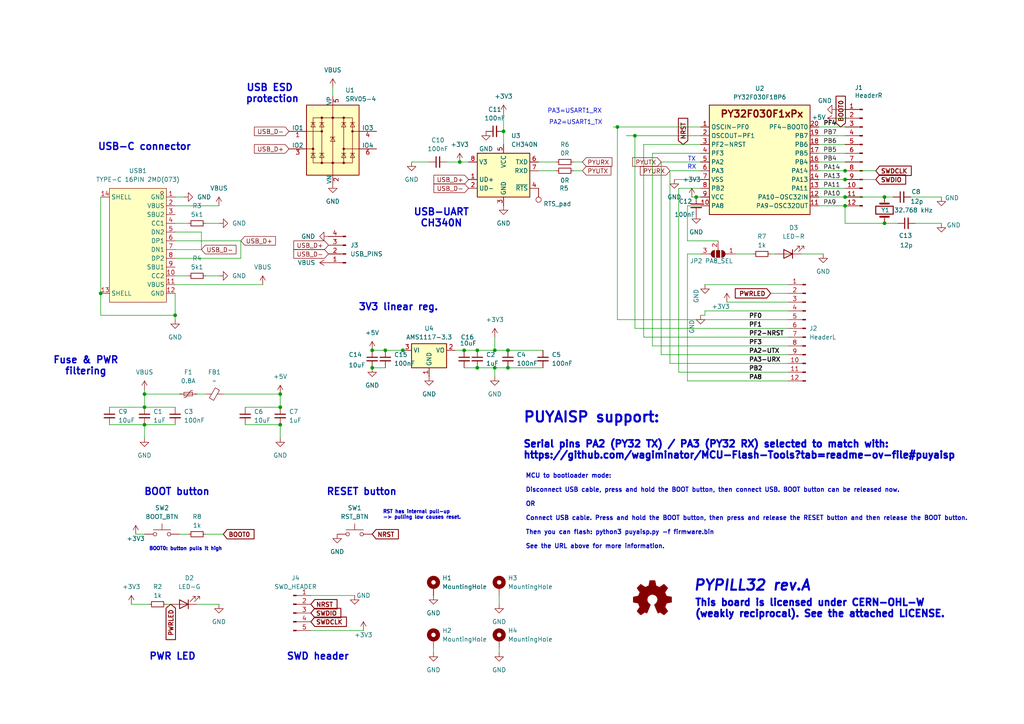
<source format=kicad_sch>
(kicad_sch (version 20231120) (generator "eeschema") (generator_version "8.0")
  (paper "A4")
  (title_block (title "pypill32 - indie py32f030 evaluation board") (rev "A"))
  (lib_symbols
    (symbol "Connector:Conn_01x04_Pin" (pin_names (offset 1.016) hide)
      (property "Reference" "J" (at 0 5.08 0))
      (property "Value" "Conn_01x04_Pin" (at 0 -7.62 0))
      (symbol "Conn_01x04_Pin_1_1"
        (pin passive line (at 5.08 2.54 180) (length 3.81) (name "Pin_1") (number "1"))
        (pin passive line (at 5.08 0 180) (length 3.81) (name "Pin_2") (number "2"))
        (pin passive line (at 5.08 -2.54 180) (length 3.81) (name "Pin_3") (number "3"))
        (pin passive line (at 5.08 -5.08 180) (length 3.81) (name "Pin_4") (number "4"))
      )
    )
    (symbol "Connector:Conn_01x05_Pin" (pin_names (offset 1.016) hide)
      (property "Reference" "J" (at 0 7.62 0))
      (property "Value" "Conn_01x05_Pin" (at 0 -7.62 0))
      (symbol "Conn_01x05_Pin_1_1"
        (pin passive line (at 5.08 5.08 180) (length 3.81) (name "Pin_1") (number "1"))
        (pin passive line (at 5.08 2.54 180) (length 3.81) (name "Pin_2") (number "2"))
        (pin passive line (at 5.08 0 180) (length 3.81) (name "Pin_3") (number "3"))
        (pin passive line (at 5.08 -2.54 180) (length 3.81) (name "Pin_4") (number "4"))
        (pin passive line (at 5.08 -5.08 180) (length 3.81) (name "Pin_5") (number "5"))
      )
    )
    (symbol "Connector:Conn_01x12_Pin" (pin_names (offset 1.016) hide)
      (property "Reference" "J" (at 0 15.24 0))
      (property "Value" "Conn_01x12_Pin" (at 0 -17.78 0))
      (symbol "Conn_01x12_Pin_1_1"
        (pin passive line (at 5.08 12.7 180) (length 3.81) (name "Pin_1") (number "1"))
        (pin passive line (at 5.08 -10.16 180) (length 3.81) (name "Pin_10") (number "10"))
        (pin passive line (at 5.08 -12.7 180) (length 3.81) (name "Pin_11") (number "11"))
        (pin passive line (at 5.08 -15.24 180) (length 3.81) (name "Pin_12") (number "12"))
        (pin passive line (at 5.08 10.16 180) (length 3.81) (name "Pin_2") (number "2"))
        (pin passive line (at 5.08 7.62 180) (length 3.81) (name "Pin_3") (number "3"))
        (pin passive line (at 5.08 5.08 180) (length 3.81) (name "Pin_4") (number "4"))
        (pin passive line (at 5.08 2.54 180) (length 3.81) (name "Pin_5") (number "5"))
        (pin passive line (at 5.08 0 180) (length 3.81) (name "Pin_6") (number "6"))
        (pin passive line (at 5.08 -2.54 180) (length 3.81) (name "Pin_7") (number "7"))
        (pin passive line (at 5.08 -5.08 180) (length 3.81) (name "Pin_8") (number "8"))
        (pin passive line (at 5.08 -7.62 180) (length 3.81) (name "Pin_9") (number "9"))
      )
    )
    (symbol "Connector:TestPoint" (pin_numbers hide) (pin_names (offset 0.762) hide)
      (property "Reference" "TP" (at 0 6.858 0))
      (property "Value" "TestPoint" (at 0 5.08 0))
      (symbol "TestPoint_1_1"
        (pin passive line (at 0 0 90) (length 2.54) (name "1") (number "1"))
      )
    )
    (symbol "Device:C_Small" (pin_numbers hide) (pin_names (offset 0.254) hide)
      (property "Reference" "C" (at 0.254 1.778 0))
      (property "Value" "C_Small" (at 0.254 -2.032 0))
      (symbol "C_Small_1_1"
        (pin passive line (at 0 2.54 270) (length 2.032) (name "~") (number "1"))
        (pin passive line (at 0 -2.54 90) (length 2.032) (name "~") (number "2"))
      )
    )
    (symbol "Device:Crystal" (pin_numbers hide) (pin_names (offset 1.016) hide)
      (property "Reference" "Y" (at 0 3.81 0))
      (property "Value" "Crystal" (at 0 -3.81 0))
      (symbol "Crystal_1_1"
        (pin passive line (at -3.81 0 0) (length 1.27) (name "1") (number "1"))
        (pin passive line (at 3.81 0 180) (length 1.27) (name "2") (number "2"))
      )
    )
    (symbol "Device:FerriteBead_Small" (pin_numbers hide) (pin_names (offset 0))
      (property "Reference" "FB" (at 1.905 1.27 0))
      (property "Value" "FerriteBead_Small" (at 1.905 -1.27 0))
      (symbol "FerriteBead_Small_1_1"
        (pin passive line (at 0 2.54 270) (length 1.27) (name "~") (number "1"))
        (pin passive line (at 0 -2.54 90) (length 1.27) (name "~") (number "2"))
      )
    )
    (symbol "Device:LED" (pin_numbers hide) (pin_names (offset 1.016) hide)
      (property "Reference" "D" (at 0 2.54 0))
      (property "Value" "LED" (at 0 -2.54 0))
      (symbol "LED_1_1"
        (pin passive line (at -3.81 0 0) (length 2.54) (name "K") (number "1"))
        (pin passive line (at 3.81 0 180) (length 2.54) (name "A") (number "2"))
      )
    )
    (symbol "Device:Polyfuse_Small" (pin_numbers hide) (pin_names (offset 0))
      (property "Reference" "F" (at -1.905 0 90))
      (property "Value" "Polyfuse_Small" (at 1.905 0 90))
      (symbol "Polyfuse_Small_1_1"
        (pin passive line (at 0 2.54 270) (length 0.635) (name "~") (number "1"))
        (pin passive line (at 0 -2.54 90) (length 0.635) (name "~") (number "2"))
      )
    )
    (symbol "Device:R_Small" (pin_numbers hide) (pin_names (offset 0.254) hide)
      (property "Reference" "R" (at 0.762 0.508 0))
      (property "Value" "R_Small" (at 0.762 -1.016 0))
      (symbol "R_Small_1_1"
        (pin passive line (at 0 2.54 270) (length 0.762) (name "~") (number "1"))
        (pin passive line (at 0 -2.54 90) (length 0.762) (name "~") (number "2"))
      )
    )
    (symbol "Graphic:Logo_Open_Hardware_Small" (in_bom no) (on_board no))
    (symbol "Interface_USB:CH340N"
      (property "Reference" "U" (at -7.62 6.35 0))
      (property "Value" "CH340N" (at 7.62 6.35 0))
      (symbol "CH340N_1_1"
        (pin bidirectional line (at -10.16 -2.54 0) (length 2.54) (name "UD+") (number "1"))
        (pin bidirectional line (at -10.16 -5.08 0) (length 2.54) (name "UD-") (number "2"))
        (pin power_in line (at 0 -10.16 90) (length 2.54) (name "GND") (number "3"))
        (pin output line (at 10.16 -5.08 180) (length 2.54) (name "~{RTS}") (number "4"))
        (pin power_in line (at 0 7.62 270) (length 2.54) (name "VCC") (number "5"))
        (pin output line (at 10.16 2.54 180) (length 2.54) (name "TXD") (number "6"))
        (pin input line (at 10.16 0 180) (length 2.54) (name "RXD") (number "7"))
        (pin passive line (at -10.16 2.54 0) (length 2.54) (name "V3") (number "8"))
      )
    )
    (symbol "Jumper:SolderJumper_3_Open" (pin_names (offset 0) hide)
      (property "Reference" "JP" (at -2.54 -2.54 0))
      (property "Value" "SolderJumper_3_Open" (at 0 2.794 0))
      (symbol "SolderJumper_3_Open_1_1"
        (pin passive line (at -5.08 0 0) (length 2.54) (name "A") (number "1"))
        (pin passive line (at 0 -3.81 90) (length 2.54) (name "C") (number "2"))
        (pin passive line (at 5.08 0 180) (length 2.54) (name "B") (number "3"))
      )
    )
    (symbol "Mechanical:MountingHole_Pad" (pin_numbers hide) (pin_names (offset 1.016) hide) (exclude_from_sim yes) (in_bom no)
      (property "Reference" "H" (at 0 6.35 0))
      (property "Value" "MountingHole_Pad" (at 0 4.445 0))
      (symbol "MountingHole_Pad_1_1"
        (pin input line (at 0 -2.54 90) (length 2.54) (name "1") (number "1"))
      )
    )
    (symbol "Power_Protection:SRV05-4" (pin_names (offset 0))
      (property "Reference" "U" (at -5.08 11.43 0))
      (property "Value" "SRV05-4" (at 2.54 11.43 0))
      (symbol "SRV05-4_1_1"
        (pin passive line (at -12.7 2.54 0) (length 5.08) (name "IO1") (number "1"))
        (pin passive line (at 0 -12.7 90) (length 2.54) (name "VN") (number "2"))
        (pin passive line (at -12.7 -2.54 0) (length 5.08) (name "IO2") (number "3"))
        (pin passive line (at 12.7 2.54 180) (length 5.08) (name "IO3") (number "4"))
        (pin passive line (at 0 12.7 270) (length 2.54) (name "VP") (number "5"))
        (pin passive line (at 12.7 -2.54 180) (length 5.08) (name "IO4") (number "6"))
      )
    )
    (symbol "Regulator_Linear:AMS1117-3.3"
      (property "Reference" "U" (at -3.81 3.175 0))
      (property "Value" "AMS1117-3.3" (at 0 3.175 0))
      (symbol "AMS1117-3.3_1_1"
        (pin power_in line (at 0 -7.62 90) (length 2.54) (name "GND") (number "1"))
        (pin power_out line (at 7.62 0 180) (length 2.54) (name "VO") (number "2"))
        (pin power_in line (at -7.62 0 0) (length 2.54) (name "VI") (number "3"))
      )
    )
    (symbol "Switch:SW_Push" (pin_numbers hide) (pin_names (offset 1.016) hide)
      (property "Reference" "SW" (at 1.27 2.54 0))
      (property "Value" "SW_Push" (at 0 -1.524 0))
      (symbol "SW_Push_0_1"
        (pin passive line (at -5.08 0 0) (length 2.54) (name "1") (number "1"))
        (pin passive line (at 5.08 0 180) (length 2.54) (name "2") (number "2"))
      )
    )
    (symbol "power:+3V3" (power) (pin_names (offset 0))
      (property "Value" "+3V3" (at 0 3.556 0))
      (symbol "+3V3_1_1"
        (pin power_in line (at 0 0 90) (length 0) hide (name "+3V3") (number "1"))
      )
    )
    (symbol "power:+5V" (power) (pin_names (offset 0))
      (property "Value" "+5V" (at 0 3.556 0))
      (symbol "+5V_1_1"
        (pin power_in line (at 0 0 90) (length 0) hide (name "+5V") (number "1"))
      )
    )
    (symbol "power:GND" (power) (pin_names (offset 0))
      (property "Value" "GND" (at 0 -3.81 0))
      (symbol "GND_1_1"
        (pin power_in line (at 0 0 270) (length 0) hide (name "GND") (number "1"))
      )
    )
    (symbol "power:VBUS" (power) (pin_names (offset 0))
      (property "Value" "VBUS" (at 0 3.81 0))
      (symbol "VBUS_1_1"
        (pin power_in line (at 0 0 90) (length 0) hide (name "VBUS") (number "1"))
      )
    )
    (symbol "pypill32:PY32F030F1xPx"
      (property "Reference" "U" (at -10.16 19.05 0))
      (property "Value" "PY32F030F1xPx" (at -7.62 20.32 0))
      (symbol "PY32F030F1xPx_1_1"
        (text "PY32F030F1xPx" (at 5.08 15.24 0) (effects (font (size 2 2) (bold yes))))
        (pin bidirectional line (at -12.7 11.43 0) (length 2.54) (name "OSCIN-PF0") (number "1"))
        (pin bidirectional line (at -12.7 -11.43 0) (length 2.54) (name "PA8") (number "10"))
        (pin bidirectional line (at 21.59 -11.43 180) (length 2.54) (name "PA9-OSC32OUT") (number "11"))
        (pin bidirectional line (at 21.59 -8.89 180) (length 2.54) (name "PA10-OSC32IN") (number "12"))
        (pin bidirectional line (at 21.59 -6.35 180) (length 2.54) (name "PA11") (number "13"))
        (pin bidirectional line (at 21.59 -3.81 180) (length 2.54) (name "PA13") (number "14"))
        (pin bidirectional line (at 21.59 -1.27 180) (length 2.54) (name "PA14") (number "15"))
        (pin bidirectional line (at 21.59 1.27 180) (length 2.54) (name "PB4") (number "16"))
        (pin bidirectional line (at 21.59 3.81 180) (length 2.54) (name "PB5") (number "17"))
        (pin bidirectional line (at 21.59 6.35 180) (length 2.54) (name "PB6") (number "18"))
        (pin bidirectional line (at 21.59 8.89 180) (length 2.54) (name "PB7") (number "19"))
        (pin bidirectional line (at -12.7 8.89 0) (length 2.54) (name "OSCOUT-PF1") (number "2"))
        (pin bidirectional line (at 21.59 11.43 180) (length 2.54) (name "PF4-BOOT0") (number "20"))
        (pin bidirectional line (at -12.7 6.35 0) (length 2.54) (name "PF2-NRST") (number "3"))
        (pin bidirectional line (at -12.7 3.81 0) (length 2.54) (name "PF3") (number "4"))
        (pin bidirectional line (at -12.7 1.27 0) (length 2.54) (name "PA2") (number "5"))
        (pin bidirectional line (at -12.7 -1.27 0) (length 2.54) (name "PA3") (number "6"))
        (pin power_in line (at -12.7 -3.81 0) (length 2.54) (name "VSS") (number "7"))
        (pin bidirectional line (at -12.7 -6.35 0) (length 2.54) (name "PB2") (number "8"))
        (pin power_in line (at -12.7 -8.89 0) (length 2.54) (name "VCC") (number "9"))
      )
    )
    (symbol "pypill32:TYPE-C16PIN2MD(073)"
      (property "Reference" "USB" (at 0 19.05 0))
      (property "Value" "TYPE-C 16PIN 2MD(073)" (at 0 -19.05 0))
      (symbol "TYPE-C16PIN2MD(073)_0_1"
        (pin unspecified line (at -11.43 13.97 0) (length 2.54) (name "GND") (number "1"))
        (pin unspecified line (at -11.43 -8.89 0) (length 2.54) (name "CC2") (number "10"))
        (pin unspecified line (at -11.43 -11.43 0) (length 2.54) (name "VBUS") (number "11"))
        (pin unspecified line (at -11.43 -13.97 0) (length 2.54) (name "GND") (number "12"))
        (pin unspecified line (at 10.16 -13.97 180) (length 2.54) (name "SHELL") (number "13"))
        (pin unspecified line (at 10.16 13.97 180) (length 2.54) (name "SHELL") (number "14"))
        (pin unspecified line (at -11.43 11.43 0) (length 2.54) (name "VBUS") (number "2"))
        (pin unspecified line (at -11.43 8.89 0) (length 2.54) (name "SBU2") (number "3"))
        (pin unspecified line (at -11.43 6.35 0) (length 2.54) (name "CC1") (number "4"))
        (pin unspecified line (at -11.43 3.81 0) (length 2.54) (name "DN2") (number "5"))
        (pin unspecified line (at -11.43 1.27 0) (length 2.54) (name "DP1") (number "6"))
        (pin unspecified line (at -11.43 -1.27 0) (length 2.54) (name "DN1") (number "7"))
        (pin unspecified line (at -11.43 -3.81 0) (length 2.54) (name "DP2") (number "8"))
        (pin unspecified line (at -11.43 -6.35 0) (length 2.54) (name "SBU1") (number "9"))
      )
    )
  )
  (junction (at 107.95 106.68))
  (junction (at 245.11 57.15))
  (junction (at 138.43 106.68))
  (junction (at 245.11 52.07))
  (junction (at 138.43 101.6))
  (junction (at 245.11 59.69))
  (junction (at 116.84 101.6))
  (junction (at 81.28 123.19))
  (junction (at 201.93 57.15))
  (junction (at 179.07 36.83))
  (junction (at 256.54 64.77))
  (junction (at 133.35 46.99))
  (junction (at 147.32 101.6))
  (junction (at 256.54 57.15))
  (junction (at 81.28 118.11))
  (junction (at 111.76 101.6))
  (junction (at 147.32 106.68))
  (junction (at 41.91 123.19))
  (junction (at 184.15 39.37))
  (junction (at 29.21 85.09))
  (junction (at 81.28 114.3))
  (junction (at 41.91 114.3))
  (junction (at 41.91 118.11))
  (junction (at 146.05 38.1))
  (junction (at 134.62 101.6))
  (junction (at 143.51 106.68))
  (junction (at 50.8 91.44))
  (junction (at 245.11 49.53))
  (junction (at 143.51 101.6))
  (junction (at 107.95 101.6))
  (wire (pts (xy 52.07 154.94) (xy 54.61 154.94)))
  (wire (pts (xy 194.31 49.53) (xy 203.2 49.53)))
  (wire (pts (xy 147.32 106.68) (xy 157.48 106.68)))
  (wire (pts (xy 50.8 67.31) (xy 58.42 67.31)))
  (wire (pts (xy 191.77 102.87) (xy 191.77 46.99)))
  (wire (pts (xy 199.39 73.66) (xy 199.39 110.49)))
  (wire (pts (xy 50.8 85.09) (xy 50.8 91.44)))
  (wire (pts (xy 237.49 57.15) (xy 245.11 57.15)))
  (wire (pts (xy 168.91 49.53) (xy 166.37 49.53)))
  (wire (pts (xy 134.62 106.68) (xy 138.43 106.68)))
  (wire (pts (xy 29.21 57.15) (xy 29.21 85.09)))
  (wire (pts (xy 138.43 106.68) (xy 143.51 106.68)))
  (wire (pts (xy 245.11 59.69) (xy 245.11 64.77)))
  (wire (pts (xy 50.8 80.01) (xy 54.61 80.01)))
  (wire (pts (xy 213.36 73.66) (xy 218.44 73.66)))
  (wire (pts (xy 194.31 105.41) (xy 228.6 105.41)))
  (wire (pts (xy 232.41 73.66) (xy 238.76 73.66)))
  (wire (pts (xy 31.75 118.11) (xy 41.91 118.11)))
  (wire (pts (xy 134.62 101.6) (xy 138.43 101.6)))
  (wire (pts (xy 237.49 54.61) (xy 245.11 54.61)))
  (wire (pts (xy 184.15 95.25) (xy 228.6 95.25)))
  (wire (pts (xy 177.8 36.83) (xy 179.07 36.83)))
  (wire (pts (xy 50.8 57.15) (xy 53.34 57.15)))
  (wire (pts (xy 41.91 123.19) (xy 41.91 127)))
  (wire (pts (xy 90.17 172.72) (xy 102.87 172.72)))
  (wire (pts (xy 41.91 118.11) (xy 50.8 118.11)))
  (wire (pts (xy 245.11 34.29) (xy 242.57 34.29)))
  (wire (pts (xy 208.28 69.85) (xy 199.39 69.85)))
  (wire (pts (xy 237.49 36.83) (xy 245.11 36.83)))
  (wire (pts (xy 245.11 49.53) (xy 254 49.53)))
  (wire (pts (xy 64.77 114.3) (xy 81.28 114.3)))
  (wire (pts (xy 50.8 64.77) (xy 54.61 64.77)))
  (wire (pts (xy 189.23 100.33) (xy 228.6 100.33)))
  (wire (pts (xy 50.8 82.55) (xy 76.2 82.55)))
  (wire (pts (xy 245.11 31.75) (xy 242.57 31.75)))
  (wire (pts (xy 143.51 106.68) (xy 143.51 109.22)))
  (wire (pts (xy 69.85 69.85) (xy 69.85 74.93)))
  (wire (pts (xy 259.08 57.15) (xy 256.54 57.15)))
  (wire (pts (xy 237.49 41.91) (xy 245.11 41.91)))
  (wire (pts (xy 143.51 97.79) (xy 143.51 101.6)))
  (wire (pts (xy 189.23 44.45) (xy 203.2 44.45)))
  (wire (pts (xy 191.77 102.87) (xy 228.6 102.87)))
  (wire (pts (xy 58.42 72.39) (xy 50.8 72.39)))
  (wire (pts (xy 116.84 101.6) (xy 118.11 101.6)))
  (wire (pts (xy 119.38 46.99) (xy 124.46 46.99)))
  (wire (pts (xy 179.07 92.71) (xy 228.6 92.71)))
  (wire (pts (xy 186.69 41.91) (xy 203.2 41.91)))
  (wire (pts (xy 237.49 52.07) (xy 245.11 52.07)))
  (wire (pts (xy 57.15 114.3) (xy 59.69 114.3)))
  (wire (pts (xy 58.42 67.31) (xy 58.42 72.39)))
  (wire (pts (xy 245.11 64.77) (xy 256.54 64.77)))
  (wire (pts (xy 50.8 91.44) (xy 50.8 92.71)))
  (wire (pts (xy 59.69 64.77) (xy 63.5 64.77)))
  (wire (pts (xy 96.52 25.4) (xy 96.52 27.94)))
  (wire (pts (xy 50.8 59.69) (xy 63.5 59.69)))
  (wire (pts (xy 146.05 38.1) (xy 146.05 41.91)))
  (wire (pts (xy 41.91 123.19) (xy 50.8 123.19)))
  (wire (pts (xy 147.32 101.6) (xy 157.48 101.6)))
  (wire (pts (xy 237.49 49.53) (xy 245.11 49.53)))
  (wire (pts (xy 199.39 59.69) (xy 203.2 59.69)))
  (wire (pts (xy 38.1 175.26) (xy 43.18 175.26)))
  (wire (pts (xy 228.6 85.09) (xy 223.52 85.09)))
  (wire (pts (xy 204.47 91.44) (xy 204.47 90.17)))
  (wire (pts (xy 39.37 154.94) (xy 41.91 154.94)))
  (wire (pts (xy 71.12 123.19) (xy 81.28 123.19)))
  (wire (pts (xy 199.39 110.49) (xy 228.6 110.49)))
  (wire (pts (xy 273.05 64.77) (xy 265.43 64.77)))
  (wire (pts (xy 179.07 36.83) (xy 203.2 36.83)))
  (wire (pts (xy 194.31 105.41) (xy 194.31 49.53)))
  (wire (pts (xy 50.8 69.85) (xy 69.85 69.85)))
  (wire (pts (xy 29.21 85.09) (xy 29.21 91.44)))
  (wire (pts (xy 144.78 189.23) (xy 144.78 187.96)))
  (wire (pts (xy 132.08 101.6) (xy 134.62 101.6)))
  (wire (pts (xy 125.73 189.23) (xy 125.73 187.96)))
  (wire (pts (xy 156.21 46.99) (xy 161.29 46.99)))
  (wire (pts (xy 41.91 113.03) (xy 41.91 114.3)))
  (wire (pts (xy 41.91 114.3) (xy 41.91 118.11)))
  (wire (pts (xy 210.82 87.63) (xy 228.6 87.63)))
  (wire (pts (xy 245.11 52.07) (xy 254 52.07)))
  (wire (pts (xy 107.95 106.68) (xy 111.76 106.68)))
  (wire (pts (xy 161.29 49.53) (xy 156.21 49.53)))
  (wire (pts (xy 129.54 46.99) (xy 133.35 46.99)))
  (wire (pts (xy 41.91 114.3) (xy 52.07 114.3)))
  (wire (pts (xy 184.15 95.25) (xy 184.15 39.37)))
  (wire (pts (xy 143.51 101.6) (xy 147.32 101.6)))
  (wire (pts (xy 57.15 175.26) (xy 63.5 175.26)))
  (wire (pts (xy 71.12 118.11) (xy 81.28 118.11)))
  (wire (pts (xy 237.49 39.37) (xy 245.11 39.37)))
  (wire (pts (xy 59.69 80.01) (xy 63.5 80.01)))
  (wire (pts (xy 245.11 57.15) (xy 256.54 57.15)))
  (wire (pts (xy 199.39 73.66) (xy 203.2 73.66)))
  (wire (pts (xy 237.49 59.69) (xy 245.11 59.69)))
  (wire (pts (xy 48.26 175.26) (xy 49.53 175.26)))
  (wire (pts (xy 196.85 107.95) (xy 228.6 107.95)))
  (wire (pts (xy 81.28 114.3) (xy 81.28 118.11)))
  (wire (pts (xy 31.75 123.19) (xy 41.91 123.19)))
  (wire (pts (xy 29.21 91.44) (xy 50.8 91.44)))
  (wire (pts (xy 90.17 182.88) (xy 105.41 182.88)))
  (wire (pts (xy 196.85 107.95) (xy 196.85 54.61)))
  (wire (pts (xy 144.78 172.72) (xy 144.78 175.26)))
  (wire (pts (xy 196.85 54.61) (xy 203.2 54.61)))
  (wire (pts (xy 184.15 39.37) (xy 181.61 39.37)))
  (wire (pts (xy 203.2 91.44) (xy 204.47 91.44)))
  (wire (pts (xy 260.35 64.77) (xy 256.54 64.77)))
  (wire (pts (xy 203.2 39.37) (xy 184.15 39.37)))
  (wire (pts (xy 138.43 101.6) (xy 143.51 101.6)))
  (wire (pts (xy 273.05 57.15) (xy 264.16 57.15)))
  (wire (pts (xy 133.35 46.99) (xy 135.89 46.99)))
  (wire (pts (xy 179.07 92.71) (xy 179.07 36.83)))
  (wire (pts (xy 143.51 106.68) (xy 147.32 106.68)))
  (wire (pts (xy 186.69 97.79) (xy 186.69 41.91)))
  (wire (pts (xy 203.2 52.07) (xy 195.58 52.07)))
  (wire (pts (xy 107.95 101.6) (xy 111.76 101.6)))
  (wire (pts (xy 59.69 154.94) (xy 64.77 154.94)))
  (wire (pts (xy 204.47 90.17) (xy 228.6 90.17)))
  (wire (pts (xy 237.49 44.45) (xy 245.11 44.45)))
  (wire (pts (xy 146.05 33.02) (xy 146.05 38.1)))
  (wire (pts (xy 223.52 73.66) (xy 224.79 73.66)))
  (wire (pts (xy 111.76 101.6) (xy 116.84 101.6)))
  (wire (pts (xy 81.28 123.19) (xy 81.28 127)))
  (wire (pts (xy 200.66 57.15) (xy 201.93 57.15)))
  (wire (pts (xy 191.77 46.99) (xy 203.2 46.99)))
  (wire (pts (xy 204.47 82.55) (xy 228.6 82.55)))
  (wire (pts (xy 189.23 100.33) (xy 189.23 44.45)))
  (wire (pts (xy 168.91 46.99) (xy 166.37 46.99)))
  (wire (pts (xy 199.39 59.69) (xy 199.39 69.85)))
  (wire (pts (xy 201.93 57.15) (xy 203.2 57.15)))
  (wire (pts (xy 69.85 74.93) (xy 50.8 74.93)))
  (wire (pts (xy 186.69 97.79) (xy 228.6 97.79)))
  (wire (pts (xy 237.49 46.99) (xy 245.11 46.99)))
  (text "RESET button" (at 104.902 142.748 0) (effects (font (size 2 2) (thickness 0.4) (bold yes))))
  (text "This board is licensed under CERN-OHL-W \n(weakly reciprocal). See the attached LICENSE." (at 201.422 176.53 0) (effects (font (size 2 2) (thickness 0.6) (bold yes)) (justify left)))
  (text "Serial pins PA2 (PY32 TX) / PA3 (PY32 RX) selected to match with:\nhttps://github.com/wagiminator/MCU-Flash-Tools?tab=readme-ov-file#puyaisp" (at 151.638 130.556 0) (effects (font (size 2 2) (thickness 0.5) (bold yes)) (justify left)))
  (text "PA3=USART1_RX" (at 158.75 33.02 0) (effects (font (size 1.27 1.27)) (justify left bottom)))
  (text "3V3 linear reg." (at 115.57 89.154 0) (effects (font (size 2 2) (thickness 0.4) (bold yes))))
  (text "Fuse & PWR\nfiltering" (at 24.892 106.172 0) (effects (font (size 2 2) (thickness 0.4) (bold yes))))
  (text "PUYAISP support:" (at 151.638 121.158 0) (effects (font (size 3 3) (thickness 0.6) (bold yes)) (justify left)))
  (text "USB-C connector" (at 41.91 42.672 0) (effects (font (size 2 2) (thickness 0.4) (bold yes))))
  (text "PWR LED" (at 50.038 190.5 0) (effects (font (size 2 2) (thickness 0.4) (bold yes))))
  (text "USB ESD \nprotection" (at 78.994 27.178 0) (effects (font (size 2 2) (thickness 0.4) (bold yes))))
  (text "RX" (at 200.66 48.514 0) (effects (font (size 1.27 1.27))))
  (text "PA2=USART1_TX" (at 174.752 36.322 0) (effects (font (size 1.27 1.27)) (justify right bottom)))
  (text "RST has internal pull-up \n-> pulling low causes reset." (at 110.998 149.352 0) (effects (font (size 1 1) (thickness 0.4) (bold yes)) (justify left)))
  (text "BOOT button" (at 51.308 142.748 0) (effects (font (size 2 2) (thickness 0.4) (bold yes))))
  (text "USB-UART\nCH340N" (at 128.016 63.246 0) (effects (font (size 2 2) (thickness 0.4) (bold yes))))
  (text "BOOT0: button pulls it high" (at 53.848 159.258 0) (effects (font (size 1 1) (thickness 0.4) (bold yes))))
  (text "PYPILL32 rev.A" (at 218.186 169.926 0) (effects (font (size 3 3) (thickness 0.6) (bold yes) (italic yes))))
  (text "TX" (at 200.66 46.228 0) (effects (font (size 1.27 1.27))))
  (text "MCU to bootloader mode:\n\nDisconnect USB cable, press and hold the BOOT button, then connect USB. BOOT button can be released now.\n\nOR\n\nConnect USB cable. Press and hold the BOOT button, then press and release the RESET button and then release the BOOT button.\n\nThen you can flash: python3 puyaisp.py -f firmware.bin\n\nSee the URL above for more information." (at 152.4 148.336 0) (effects (font (size 1.27 1.27) (thickness 0.254) (bold yes)) (justify left)))
  (text "SWD header" (at 92.202 190.5 0) (effects (font (size 2 2) (thickness 0.4) (bold yes))))
  (label "PA10" (at 238.76 57.15 0))
  (label "PB2" (at 217.17 107.95 0) (effects (font (bold yes))))
  (label "PB4" (at 238.76 46.99 0))
  (label "PA2-UTX" (at 217.17 102.87 0) (effects (font (bold yes))))
  (label "PB5" (at 238.76 44.45 0))
  (label "PF1" (at 217.17 95.25 0) (effects (font (bold yes))))
  (label "PF2-NRST" (at 217.17 97.79 0) (effects (font (bold yes))))
  (label "PA13" (at 238.76 52.07 0))
  (label "PF3" (at 217.17 100.33 0) (effects (font (bold yes))))
  (label "PF4" (at 238.76 36.83 0) (effects (font (bold yes))))
  (label "PB7" (at 238.76 39.37 0))
  (label "PA14" (at 238.76 49.53 0))
  (label "PB6" (at 238.76 41.91 0))
  (label "PA11" (at 238.76 54.61 0))
  (label "PA8" (at 217.17 110.49 0) (effects (font (bold yes))))
  (label "PA9" (at 238.76 59.69 0))
  (label "PA3-URX" (at 217.17 105.41 0) (effects (font (bold yes))))
  (label "PF0" (at 217.17 92.71 0) (effects (font (bold yes))))
  (global_label "NRST" (shape input) (at 107.95 154.94 0) (effects (font (bold yes))) (property "Intersheetrefs" "${INTERSHEET_REFS}" (effects (hide yes))))
  (global_label "PYURX" (shape input) (at 168.91 46.99 0) (property "Intersheetrefs" "${INTERSHEET_REFS}" (effects (hide yes))))
  (global_label "NRST" (shape input) (at 90.17 175.26 0) (effects (font (bold yes))) (property "Intersheetrefs" "${INTERSHEET_REFS}" (effects (hide yes))))
  (global_label "NRST" (shape input) (at 198.12 41.91 90) (effects (font (bold yes))) (property "Intersheetrefs" "${INTERSHEET_REFS}" (effects (hide yes))))
  (global_label "USB_D-" (shape input) (at 95.25 73.66 180) (property "Intersheetrefs" "${INTERSHEET_REFS}" (effects (hide yes))))
  (global_label "SWDCLK" (shape input) (at 254 49.53 0) (effects (font (bold yes))) (property "Intersheetrefs" "${INTERSHEET_REFS}" (effects (hide yes))))
  (global_label "USB_D-" (shape input) (at 135.89 54.61 180) (property "Intersheetrefs" "${INTERSHEET_REFS}" (effects (hide yes))))
  (global_label "BOOT0" (shape input) (at 64.77 154.94 0) (effects (font (bold yes))) (property "Intersheetrefs" "${INTERSHEET_REFS}" (effects (hide yes))))
  (global_label "PYUTX" (shape input) (at 191.77 46.99 180) (property "Intersheetrefs" "${INTERSHEET_REFS}" (effects (hide yes))))
  (global_label "USB_D+" (shape input) (at 83.82 43.18 180) (property "Intersheetrefs" "${INTERSHEET_REFS}" (effects (hide yes))))
  (global_label "BOOT0" (shape input) (at 243.84 36.83 90) (effects (font (bold yes))) (property "Intersheetrefs" "${INTERSHEET_REFS}" (effects (hide yes))))
  (global_label "USB_D+" (shape input) (at 135.89 52.07 180) (property "Intersheetrefs" "${INTERSHEET_REFS}" (effects (hide yes))))
  (global_label "PYUTX" (shape input) (at 168.91 49.53 0) (property "Intersheetrefs" "${INTERSHEET_REFS}" (effects (hide yes))))
  (global_label "PYURX" (shape input) (at 194.31 49.53 180) (property "Intersheetrefs" "${INTERSHEET_REFS}" (effects (hide yes))))
  (global_label "USB_D+" (shape input) (at 69.85 69.85 0) (property "Intersheetrefs" "${INTERSHEET_REFS}" (effects (hide yes))))
  (global_label "SWDCLK" (shape input) (at 90.17 180.34 0) (effects (font (bold yes))) (property "Intersheetrefs" "${INTERSHEET_REFS}" (effects (hide yes))))
  (global_label "USB_D-" (shape input) (at 83.82 38.1 180) (property "Intersheetrefs" "${INTERSHEET_REFS}" (effects (hide yes))))
  (global_label "SWDIO" (shape input) (at 90.17 177.8 0) (effects (font (bold yes))) (property "Intersheetrefs" "${INTERSHEET_REFS}" (effects (hide yes))))
  (global_label "PWRLED" (shape input) (at 223.52 85.09 180) (effects (font (bold yes))) (property "Intersheetrefs" "${INTERSHEET_REFS}" (effects (hide yes))))
  (global_label "PWRLED" (shape input) (at 49.53 175.26 270) (effects (font (bold yes))) (property "Intersheetrefs" "${INTERSHEET_REFS}" (effects (hide yes))))
  (global_label "USB_D-" (shape input) (at 58.42 72.39 0) (property "Intersheetrefs" "${INTERSHEET_REFS}" (effects (hide yes))))
  (global_label "SWDIO" (shape input) (at 254 52.07 0) (effects (font (bold yes))) (property "Intersheetrefs" "${INTERSHEET_REFS}" (effects (hide yes))))
  (global_label "USB_D+" (shape input) (at 95.25 71.12 180) (property "Intersheetrefs" "${INTERSHEET_REFS}" (effects (hide yes))))
  (symbol (lib_id "Mechanical:MountingHole_Pad") (at 125.73 170.18 0) (unit 1) (exclude_from_sim yes) (in_bom no)
    (property "Reference" "H1" (at 128.27 167.6399 0) (effects (justify left)))
    (property "Value" "MountingHole" (at 128.27 170.1799 0) (effects (justify left)))
    (property "Footprint" "MountingHole:MountingHole_2.7mm_M2.5_ISO7380_Pad" (effects (hide yes)))
    (property "Description" "Mounting Hole with connection" (effects (hide yes)))
  )
  (symbol (lib_id "power:VBUS") (at 41.91 113.03 0) (unit 1)
    (property "Reference" "#PWR04" (effects (hide yes)))
    (property "Value" "VBUS" (at 41.91 107.95 0))
  )
  (symbol (lib_id "Device:LED") (at 228.6 73.66 180) (unit 1)
    (property "Reference" "D3" (at 230.1875 66.04 0))
    (property "Value" "LED-R" (at 230.1875 68.58 0))
    (property "Footprint" "LED_SMD:LED_0805_2012Metric_Pad1.15x1.40mm_HandSolder" (effects (hide yes)))
  )
  (symbol (lib_id "Device:C_Small") (at 134.62 104.14 0) (unit 1)
    (property "Reference" "C16" (at 133.604 97.79 0) (effects (justify left)))
    (property "Value" "10uF" (at 133.35 99.568 0) (effects (justify left)))
    (property "Footprint" "Capacitor_SMD:C_0805_2012Metric_Pad1.18x1.45mm_HandSolder" (effects (hide yes)))
  )
  (symbol (lib_id "power:+3V3") (at 146.05 33.02 0) (unit 1)
    (property "Reference" "#PWR05" (effects (hide yes)))
    (property "Value" "+3V3" (at 146.05 27.94 0))
  )
  (symbol (lib_id "Device:C_Small") (at 143.51 38.1 90) (unit 1)
    (property "Reference" "C11" (at 143.5163 31.75 90))
    (property "Value" "100nF" (at 143.5163 34.29 90))
    (property "Footprint" "Capacitor_SMD:C_0805_2012Metric_Pad1.18x1.45mm_HandSolder" (effects (hide yes)))
  )
  (symbol (lib_id "Jumper:SolderJumper_3_Open") (at 208.28 73.66 180) (unit 1)
    (property "Reference" "JP2" (at 201.93 75.692 0))
    (property "Value" "PA8_SEL" (at 208.534 75.692 0))
    (property "Footprint" "Jumper:SolderJumper-3_P1.3mm_Open_RoundedPad1.0x1.5mm" (effects (hide yes)))
  )
  (symbol (lib_id "power:GND") (at 273.05 64.77 0) (unit 1)
    (property "Reference" "#PWR042" (effects (hide yes)))
    (property "Value" "GND" (at 276.606 65.278 0))
  )
  (symbol (lib_id "Connector:Conn_01x12_Pin") (at 250.19 44.45 0) (mirror y) (unit 1)
    (property "Reference" "J1" (at 247.904 25.4 0) (effects (justify right)))
    (property "Value" "HeaderR" (at 247.904 27.686 0) (effects (justify right)))
    (property "Footprint" "Connector_PinHeader_2.54mm:PinHeader_1x12_P2.54mm_Vertical" (effects (hide yes)))
  )
  (symbol (lib_id "Device:C_Small") (at 50.8 120.65 0) (unit 1)
    (property "Reference" "C3" (at 53.34 119.3863 0) (effects (justify left)))
    (property "Value" "100nF" (at 53.34 121.9263 0) (effects (justify left)))
    (property "Footprint" "Capacitor_SMD:C_0805_2012Metric_Pad1.18x1.45mm_HandSolder" (effects (hide yes)))
  )
  (symbol (lib_id "Device:C_Small") (at 81.28 120.65 0) (unit 1)
    (property "Reference" "C7" (at 83.82 119.3863 0) (effects (justify left)))
    (property "Value" "1uF" (at 83.82 121.9263 0) (effects (justify left)))
    (property "Footprint" "Capacitor_SMD:C_0805_2012Metric_Pad1.18x1.45mm_HandSolder" (effects (hide yes)))
  )
  (symbol (lib_id "Connector:TestPoint") (at 156.21 54.61 180) (unit 1)
    (property "Reference" "TP2" (effects (hide yes)))
    (property "Value" "RTS_pad" (at 157.607 59.1241 0) (effects (justify right)))
    (property "Footprint" "TestPoint:TestPoint_Pad_D1.0mm" (effects (hide yes)))
    (property "Description" "test point" (effects (hide yes)))
  )
  (symbol (lib_id "Device:R_Small") (at 163.83 46.99 90) (unit 1)
    (property "Reference" "R6" (at 163.83 41.91 90))
    (property "Value" "0R" (at 163.83 44.45 90))
    (property "Footprint" "Resistor_SMD:R_0805_2012Metric_Pad1.20x1.40mm_HandSolder" (effects (hide yes)))
  )
  (symbol (lib_id "Device:C_Small") (at 157.48 104.14 0) (unit 1)
    (property "Reference" "C5" (at 160.02 102.8763 0) (effects (justify left)))
    (property "Value" "100nF" (at 160.02 105.4163 0) (effects (justify left)))
    (property "Footprint" "Capacitor_SMD:C_0805_2012Metric_Pad1.18x1.45mm_HandSolder" (effects (hide yes)))
  )
  (symbol (lib_id "power:VBUS") (at 63.5 59.69 0) (unit 1)
    (property "Reference" "#PWR023" (effects (hide yes)))
    (property "Value" "VBUS" (at 63.5 54.61 0))
  )
  (symbol (lib_id "power:VBUS") (at 95.25 76.2 90) (unit 1)
    (property "Reference" "#PWR015" (effects (hide yes)))
    (property "Value" "VBUS" (at 91.44 76.1999 90) (effects (justify left)))
  )
  (symbol (lib_id "pypill32:PY32F030F1xPx") (at 215.9 48.26 0) (unit 1)
    (property "Reference" "U2" (at 220.345 25.654 0))
    (property "Value" "PY32F030F18P6" (at 220.345 28.194 0) (effects (font (size 1.25 1.25))))
    (property "Footprint" "Package_SO:TSSOP-20_4.4x6.5mm_P0.65mm" (effects (hide yes)))
    (property "Datasheet" "https://download.py32.org/Datasheet/en/PY32F030_Datasheet_V1.8.pdf" (effects (hide yes)))
  )
  (symbol (lib_id "power:GND") (at 63.5 80.01 90) (unit 1)
    (property "Reference" "#PWR026" (effects (hide yes)))
    (property "Value" "GND" (at 67.31 80.01 90) (effects (justify right)))
  )
  (symbol (lib_id "power:GND") (at 124.46 109.22 0) (unit 1)
    (property "Reference" "#PWR045" (effects (hide yes)))
    (property "Value" "GND" (at 124.46 114.3 0))
  )
  (symbol (lib_id "power:GND") (at 195.58 52.07 0) (unit 1)
    (property "Reference" "#PWR01" (effects (hide yes)))
    (property "Value" "GND" (at 195.58 57.15 0))
  )
  (symbol (lib_id "power:+5V") (at 242.57 34.29 90) (unit 1)
    (property "Reference" "#PWR029" (effects (hide yes)))
    (property "Value" "+5V" (at 239.522 34.036 90) (effects (justify left)))
  )
  (symbol (lib_id "Connector:Conn_01x04_Pin") (at 100.33 73.66 180) (unit 1)
    (property "Reference" "J3" (at 101.6 71.1199 0) (effects (justify right)))
    (property "Value" "USB_PINS" (at 101.6 73.6599 0) (effects (justify right)))
    (property "Footprint" "Connector_PinHeader_2.00mm:PinHeader_1x04_P2.00mm_Vertical" (effects (hide yes)))
    (property "Description" "Generic connector, single row, 01x04, script generated" (effects (hide yes)))
  )
  (symbol (lib_id "pypill32:TYPE-C16PIN2MD(073)") (at 39.37 71.12 0) (mirror y) (unit 1)
    (property "Reference" "USB1" (at 40.005 49.53 0))
    (property "Value" "TYPE-C 16PIN 2MD(073)" (at 40.005 52.07 0))
    (property "Footprint" "pypill32:USB-C-SMD_TYPE-C-6PIN-2MD-073" (effects (hide yes)))
    (property "LCSC Part" "C2765186" (effects (hide yes)))
  )
  (symbol (lib_id "power:+3V3") (at 143.51 97.79 0) (unit 1)
    (property "Reference" "#PWR033" (effects (hide yes)))
    (property "Value" "+3V3" (at 143.51 92.71 0))
  )
  (symbol (lib_id "Switch:SW_Push") (at 102.87 154.94 0) (unit 1)
    (property "Reference" "SW1" (at 102.87 147.32 0))
    (property "Value" "RST_BTN" (at 102.87 149.86 0))
    (property "Footprint" "pypill32:SW-SMD_L6.0-W3.5-LS8.2" (effects (hide yes)))
  )
  (symbol (lib_id "Mechanical:MountingHole_Pad") (at 144.78 185.42 0) (unit 1) (exclude_from_sim yes) (in_bom no)
    (property "Reference" "H4" (at 147.32 182.8799 0) (effects (justify left)))
    (property "Value" "MountingHole" (at 147.32 185.4199 0) (effects (justify left)))
    (property "Footprint" "MountingHole:MountingHole_2.7mm_M2.5_ISO7380_Pad" (effects (hide yes)))
    (property "Description" "Mounting Hole with connection" (effects (hide yes)))
  )
  (symbol (lib_id "power:GND") (at 97.79 154.94 0) (unit 1)
    (property "Reference" "#PWR06" (effects (hide yes)))
    (property "Value" "GND" (at 97.79 160.02 0))
  )
  (symbol (lib_id "power:GND") (at 53.34 57.15 90) (unit 1)
    (property "Reference" "#PWR022" (effects (hide yes)))
    (property "Value" "GND" (at 57.15 57.15 90) (effects (justify right)))
  )
  (symbol (lib_id "Mechanical:MountingHole_Pad") (at 125.73 185.42 0) (unit 1) (exclude_from_sim yes) (in_bom no)
    (property "Reference" "H2" (at 128.27 182.8799 0) (effects (justify left)))
    (property "Value" "MountingHole" (at 128.27 185.4199 0) (effects (justify left)))
    (property "Footprint" "MountingHole:MountingHole_2.7mm_M2.5_ISO7380_Pad" (effects (hide yes)))
    (property "Description" "Mounting Hole with connection" (effects (hide yes)))
  )
  (symbol (lib_id "power:GND") (at 140.97 38.1 0) (unit 1)
    (property "Reference" "#PWR014" (effects (hide yes)))
    (property "Value" "GND" (at 140.97 43.18 0))
  )
  (symbol (lib_id "Interface_USB:CH340N") (at 146.05 49.53 0) (unit 1)
    (property "Reference" "U3" (at 148.2441 39.37 0) (effects (justify left)))
    (property "Value" "CH340N" (at 148.2441 41.91 0) (effects (justify left)))
    (property "Footprint" "Package_SO:SOP-8_3.9x4.9mm_P1.27mm" (effects (hide yes)))
    (property "Datasheet" "https://aitendo3.sakura.ne.jp/aitendo_data/product_img/ic/inteface/CH340N/ch340n.pdf" (effects (hide yes)))
  )
  (symbol (lib_id "power:VBUS") (at 96.52 25.4 0) (unit 1)
    (property "Reference" "#PWR027" (effects (hide yes)))
    (property "Value" "VBUS" (at 96.52 20.32 0))
  )
  (symbol (lib_id "power:+5V") (at 107.95 101.6 0) (unit 1)
    (property "Reference" "#PWR046" (effects (hide yes)))
    (property "Value" "+5V" (at 107.95 96.52 0))
  )
  (symbol (lib_id "Device:C_Small") (at 71.12 120.65 0) (unit 1)
    (property "Reference" "C6" (at 73.66 119.3863 0) (effects (justify left)))
    (property "Value" "10uF" (at 73.66 121.9263 0) (effects (justify left)))
    (property "Footprint" "Capacitor_SMD:C_0805_2012Metric_Pad1.18x1.45mm_HandSolder" (effects (hide yes)))
  )
  (symbol (lib_id "power:GND") (at 125.73 172.72 0) (unit 1)
    (property "Reference" "#PWR040" (effects (hide yes)))
    (property "Value" "GND" (at 125.73 177.8 0))
  )
  (symbol (lib_id "Device:LED") (at 53.34 175.26 180) (unit 1)
    (property "Reference" "D2" (at 54.9275 167.64 0))
    (property "Value" "LED-G" (at 54.9275 170.18 0))
    (property "Footprint" "LED_SMD:LED_0805_2012Metric_Pad1.15x1.40mm_HandSolder" (effects (hide yes)))
  )
  (symbol (lib_id "power:GND") (at 50.8 92.71 0) (unit 1)
    (property "Reference" "#PWR021" (effects (hide yes)))
    (property "Value" "GND" (at 50.8 97.79 0))
  )
  (symbol (lib_id "power:GND") (at 125.73 189.23 0) (unit 1)
    (property "Reference" "#PWR07" (effects (hide yes)))
    (property "Value" "GND" (at 125.73 194.31 0))
  )
  (symbol (lib_id "power:GND") (at 201.93 62.23 0) (unit 1)
    (property "Reference" "#PWR037" (effects (hide yes)))
    (property "Value" "GND" (at 201.93 67.31 0))
  )
  (symbol (lib_id "power:GND") (at 203.2 91.44 0) (unit 1)
    (property "Reference" "#PWR044" (effects (hide yes)))
    (property "Value" "GND" (at 200.66 92.71 90) (effects (justify right)))
  )
  (symbol (lib_id "power:GND") (at 143.51 109.22 0) (unit 1)
    (property "Reference" "#PWR034" (effects (hide yes)))
    (property "Value" "GND" (at 143.51 114.3 0))
  )
  (symbol (lib_id "Device:R_Small") (at 163.83 49.53 90) (unit 1)
    (property "Reference" "R5" (at 163.576 54.61 90))
    (property "Value" "0R" (at 163.83 52.324 90))
    (property "Footprint" "Resistor_SMD:R_0805_2012Metric_Pad1.20x1.40mm_HandSolder" (effects (hide yes)))
  )
  (symbol (lib_id "power:GND") (at 273.05 57.15 0) (unit 1)
    (property "Reference" "#PWR041" (effects (hide yes)))
    (property "Value" "GND" (at 276.098 57.404 0))
  )
  (symbol (lib_id "Device:R_Small") (at 57.15 80.01 270) (unit 1)
    (property "Reference" "R4" (at 57.15 74.93 90))
    (property "Value" "5k1" (at 57.15 77.47 90))
    (property "Footprint" "Resistor_SMD:R_0805_2012Metric_Pad1.20x1.40mm_HandSolder" (effects (hide yes)))
  )
  (symbol (lib_id "Device:C_Small") (at 261.62 57.15 90) (unit 1)
    (property "Reference" "C8" (at 265.684 55.626 90))
    (property "Value" "12p" (at 265.938 58.42 90))
    (property "Footprint" "Capacitor_SMD:C_0805_2012Metric_Pad1.18x1.45mm_HandSolder" (effects (hide yes)))
  )
  (symbol (lib_id "power:GND") (at 238.76 73.66 0) (unit 1)
    (property "Reference" "#PWR038" (effects (hide yes)))
    (property "Value" "GND" (at 238.76 78.74 0))
  )
  (symbol (lib_id "Device:R_Small") (at 57.15 64.77 270) (unit 1)
    (property "Reference" "R3" (at 57.15 59.69 90))
    (property "Value" "5k1" (at 57.15 62.23 90))
    (property "Footprint" "Resistor_SMD:R_0805_2012Metric_Pad1.20x1.40mm_HandSolder" (effects (hide yes)))
  )
  (symbol (lib_id "power:GND") (at 146.05 59.69 0) (unit 1)
    (property "Reference" "#PWR03" (effects (hide yes)))
    (property "Value" "GND" (at 146.05 64.77 0))
  )
  (symbol (lib_id "Device:C_Small") (at 147.32 104.14 0) (unit 1)
    (property "Reference" "C4" (at 149.86 102.8763 0) (effects (justify left)))
    (property "Value" "100nF" (at 149.86 105.4163 0) (effects (justify left)))
    (property "Footprint" "Capacitor_SMD:C_0805_2012Metric_Pad1.18x1.45mm_HandSolder" (effects (hide yes)))
  )
  (symbol (lib_id "power:GND") (at 242.57 31.75 270) (unit 1)
    (property "Reference" "#PWR028" (effects (hide yes)))
    (property "Value" "GND" (at 241.3 29.21 90) (effects (justify right)))
  )
  (symbol (lib_id "Device:C_Small") (at 127 46.99 90) (unit 1)
    (property "Reference" "C10" (at 127.0063 40.64 90))
    (property "Value" "100nF" (at 127.0063 43.18 90))
    (property "Footprint" "Capacitor_SMD:C_0805_2012Metric_Pad1.18x1.45mm_HandSolder" (effects (hide yes)))
  )
  (symbol (lib_id "power:GND") (at 63.5 64.77 90) (unit 1)
    (property "Reference" "#PWR025" (effects (hide yes)))
    (property "Value" "GND" (at 67.31 64.77 90) (effects (justify right)))
  )
  (symbol (lib_id "Device:C_Small") (at 111.76 104.14 0) (unit 1)
    (property "Reference" "C15" (at 114.3 102.8763 0) (effects (justify left)))
    (property "Value" "100nF" (at 114.3 105.4163 0) (effects (justify left)))
    (property "Footprint" "Capacitor_SMD:C_0805_2012Metric_Pad1.18x1.45mm_HandSolder" (effects (hide yes)))
  )
  (symbol (lib_id "Device:C_Small") (at 41.91 120.65 0) (unit 1)
    (property "Reference" "C1" (at 44.45 119.3863 0) (effects (justify left)))
    (property "Value" "1uF" (at 44.45 121.9263 0) (effects (justify left)))
    (property "Footprint" "Capacitor_SMD:C_0805_2012Metric_Pad1.18x1.45mm_HandSolder" (effects (hide yes)))
  )
  (symbol (lib_id "power:+5V") (at 81.28 114.3 0) (unit 1)
    (property "Reference" "#PWR010" (effects (hide yes)))
    (property "Value" "+5V" (at 81.28 109.22 0))
  )
  (symbol (lib_id "Graphic:Logo_Open_Hardware_Small") (at 189.23 173.99 0) (unit 1) (exclude_from_sim yes)
    (property "Reference" "#SYM1" (effects (hide yes)))
    (property "Value" "Logo_Open_Hardware_Small" (effects (hide yes)))
    (property "Footprint" "Symbol:OSHW-Symbol_6.7x6mm_SilkScreen" (effects (hide yes)))
    (property "Description" "Open Hardware logo, small" (effects (hide yes)))
  )
  (symbol (lib_id "Device:C_Small") (at 31.75 120.65 0) (unit 1)
    (property "Reference" "C9" (at 34.29 119.3863 0) (effects (justify left)))
    (property "Value" "10uF" (at 34.29 121.9263 0) (effects (justify left)))
    (property "Footprint" "Capacitor_SMD:C_0805_2012Metric_Pad1.18x1.45mm_HandSolder" (effects (hide yes)))
  )
  (symbol (lib_id "Device:Crystal") (at 256.54 60.96 90) (unit 1)
    (property "Reference" "Y1" (at 255.524 60.96 90) (effects (justify right)))
    (property "Value" "32.768 kHz" (at 259.334 60.96 90) (effects (justify right)))
    (property "Footprint" "Crystal:Crystal_Round_D2.0mm_Vertical" (effects (hide yes)))
    (property "Description" "Two pin crystal" (effects (hide yes)))
  )
  (symbol (lib_id "Device:R_Small") (at 220.98 73.66 90) (unit 1)
    (property "Reference" "R7" (at 220.98 68.58 90))
    (property "Value" "1k" (at 220.98 71.12 90))
    (property "Footprint" "Resistor_SMD:R_0805_2012Metric_Pad1.20x1.40mm_HandSolder" (effects (hide yes)))
  )
  (symbol (lib_id "power:GND") (at 144.78 189.23 0) (unit 1)
    (property "Reference" "#PWR09" (effects (hide yes)))
    (property "Value" "GND" (at 144.78 194.31 0))
  )
  (symbol (lib_id "Regulator_Linear:AMS1117-3.3") (at 124.46 101.6 0) (unit 1)
    (property "Reference" "U4" (at 124.46 95.25 0))
    (property "Value" "AMS1117-3.3" (at 124.46 97.79 0))
    (property "Footprint" "Package_TO_SOT_SMD:SOT-223-3_TabPin2" (effects (hide yes)))
    (property "Datasheet" "http://www.advanced-monolithic.com/pdf/ds1117.pdf" (effects (hide yes)))
    (property "Description" "1A Low Dropout regulator, positive, 3.3V fixed output, SOT-223" (effects (hide yes)))
  )
  (symbol (lib_id "Device:FerriteBead_Small") (at 62.23 114.3 90) (unit 1)
    (property "Reference" "FB1" (at 62.1919 107.95 90))
    (property "Value" "~" (at 62.1919 110.49 90))
    (property "Footprint" "Inductor_SMD:L_1206_3216Metric_Pad1.42x1.75mm_HandSolder" (effects (hide yes)))
    (property "Description" "Ferrite bead, small symbol" (effects (hide yes)))
  )
  (symbol (lib_id "power:+3V3") (at 200.66 57.15 0) (unit 1)
    (property "Reference" "#PWR036" (effects (hide yes)))
    (property "Value" "+3V3" (at 200.66 52.07 0))
  )
  (symbol (lib_id "power:GND") (at 96.52 53.34 0) (unit 1)
    (property "Reference" "#PWR02" (effects (hide yes)))
    (property "Value" "GND" (at 96.52 58.42 0))
  )
  (symbol (lib_id "power:VBUS") (at 76.2 82.55 0) (unit 1)
    (property "Reference" "#PWR024" (effects (hide yes)))
    (property "Value" "VBUS" (at 76.2 77.47 0))
  )
  (symbol (lib_id "Connector:Conn_01x12_Pin") (at 233.68 95.25 0) (mirror y) (unit 1)
    (property "Reference" "J2" (at 234.696 95.25 0) (effects (justify right)))
    (property "Value" "HeaderL" (at 234.696 97.79 0) (effects (justify right)))
    (property "Footprint" "Connector_PinHeader_2.54mm:PinHeader_1x12_P2.54mm_Vertical" (effects (hide yes)))
  )
  (symbol (lib_id "Device:R_Small") (at 45.72 175.26 90) (unit 1)
    (property "Reference" "R2" (at 45.72 170.18 90))
    (property "Value" "1k" (at 45.72 172.72 90))
    (property "Footprint" "Resistor_SMD:R_0805_2012Metric_Pad1.20x1.40mm_HandSolder" (effects (hide yes)))
  )
  (symbol (lib_id "Device:C_Small") (at 201.93 59.69 0) (unit 1)
    (property "Reference" "C12" (at 196.85 58.42 0) (effects (justify left)))
    (property "Value" "100nF" (at 195.58 62.23 0) (effects (justify left)))
    (property "Footprint" "Capacitor_SMD:C_0805_2012Metric_Pad1.18x1.45mm_HandSolder" (effects (hide yes)))
  )
  (symbol (lib_id "Device:C_Small") (at 262.89 64.77 90) (unit 1)
    (property "Reference" "C13" (at 262.636 68.326 90))
    (property "Value" "12p" (at 262.89 71.12 90))
    (property "Footprint" "Capacitor_SMD:C_0805_2012Metric_Pad1.18x1.45mm_HandSolder" (effects (hide yes)))
  )
  (symbol (lib_id "power:GND") (at 144.78 175.26 0) (unit 1)
    (property "Reference" "#PWR08" (effects (hide yes)))
    (property "Value" "GND" (at 144.78 180.34 0))
  )
  (symbol (lib_id "Device:C_Small") (at 138.43 104.14 0) (unit 1)
    (property "Reference" "C2" (at 140.97 102.8763 0) (effects (justify left)))
    (property "Value" "1uF" (at 140.97 105.4163 0) (effects (justify left)))
    (property "Footprint" "Capacitor_SMD:C_0805_2012Metric_Pad1.18x1.45mm_HandSolder" (effects (hide yes)))
  )
  (symbol (lib_id "Mechanical:MountingHole_Pad") (at 144.78 170.18 0) (unit 1) (exclude_from_sim yes) (in_bom no)
    (property "Reference" "H3" (at 147.32 167.6399 0) (effects (justify left)))
    (property "Value" "MountingHole" (at 147.32 170.1799 0) (effects (justify left)))
    (property "Footprint" "MountingHole:MountingHole_2.7mm_M2.5_ISO7380_Pad" (effects (hide yes)))
    (property "Description" "Mounting Hole with connection" (effects (hide yes)))
  )
  (symbol (lib_id "power:+3V3") (at 133.35 46.99 0) (unit 1)
    (property "Reference" "#PWR035" (effects (hide yes)))
    (property "Value" "+3V3" (at 133.35 41.91 0))
  )
  (symbol (lib_id "power:GND") (at 41.91 127 0) (unit 1)
    (property "Reference" "#PWR012" (effects (hide yes)))
    (property "Value" "GND" (at 41.91 132.08 0))
  )
  (symbol (lib_id "power:+3V3") (at 105.41 182.88 0) (unit 1)
    (property "Reference" "#PWR032" (effects (hide yes)))
    (property "Value" "+3V3" (at 105.41 184.15 0))
  )
  (symbol (lib_id "power:+3V3") (at 210.82 87.63 0) (unit 1)
    (property "Reference" "#PWR043" (effects (hide yes)))
    (property "Value" "+3V3" (at 209.042 88.9 0))
  )
  (symbol (lib_id "power:GND") (at 81.28 127 0) (unit 1)
    (property "Reference" "#PWR011" (effects (hide yes)))
    (property "Value" "GND" (at 81.28 132.08 0))
  )
  (symbol (lib_id "Switch:SW_Push") (at 46.99 154.94 0) (unit 1)
    (property "Reference" "SW2" (at 46.99 147.32 0))
    (property "Value" "BOOT_BTN" (at 46.99 149.86 0))
    (property "Footprint" "pypill32:SW-SMD_L6.0-W3.5-LS8.2" (effects (hide yes)))
  )
  (symbol (lib_id "power:GND") (at 95.25 68.58 270) (unit 1)
    (property "Reference" "#PWR016" (effects (hide yes)))
    (property "Value" "GND" (at 91.44 68.5799 90) (effects (justify right)))
  )
  (symbol (lib_id "power:GND") (at 63.5 175.26 0) (unit 1)
    (property "Reference" "#PWR018" (effects (hide yes)))
    (property "Value" "GND" (at 63.5 180.34 0))
  )
  (symbol (lib_id "power:GND") (at 107.95 106.68 0) (unit 1)
    (property "Reference" "#PWR047" (effects (hide yes)))
    (property "Value" "GND" (at 107.95 111.76 0))
  )
  (symbol (lib_id "Connector:Conn_01x05_Pin") (at 85.09 177.8 0) (unit 1)
    (property "Reference" "J4" (at 85.725 167.64 0))
    (property "Value" "SWD_HEADER" (at 85.725 170.18 0))
    (property "Footprint" "Connector_PinHeader_2.54mm:PinHeader_1x05_P2.54mm_Vertical" (effects (hide yes)))
  )
  (symbol (lib_id "power:GND") (at 204.47 82.55 0) (unit 1)
    (property "Reference" "#PWR030" (effects (hide yes)))
    (property "Value" "GND" (at 201.93 83.82 90) (effects (justify right)))
  )
  (symbol (lib_id "Device:Polyfuse_Small") (at 54.61 114.3 90) (unit 1)
    (property "Reference" "F1" (at 54.61 107.95 90))
    (property "Value" "0.8A" (at 54.61 110.49 90))
    (property "Footprint" "Fuse:Fuse_1206_3216Metric_Pad1.42x1.75mm_HandSolder" (effects (hide yes)))
    (property "Description" "Resettable fuse, polymeric positive temperature coefficient, small symbol" (effects (hide yes)))
  )
  (symbol (lib_id "power:GND") (at 102.87 172.72 0) (unit 1)
    (property "Reference" "#PWR031" (effects (hide yes)))
    (property "Value" "GND" (at 105.41 172.72 0))
  )
  (symbol (lib_id "power:+3V3") (at 38.1 175.26 0) (unit 1)
    (property "Reference" "#PWR017" (effects (hide yes)))
    (property "Value" "+3V3" (at 38.1 170.18 0))
  )
  (symbol (lib_id "Connector:TestPoint") (at -12.7 -142.24 180) (unit 1)
    (property "Reference" "TP1" (at -11.303 -140.1502 0) (effects (justify right)))
    (property "Value" "TestPoint" (at -11.303 -137.7259 0) (effects (justify right)))
    (property "Description" "test point" (effects (hide yes)))
  )
  (symbol (lib_id "Power_Protection:SRV05-4") (at 96.52 40.64 0) (unit 1)
    (property "Reference" "U1" (at 100.1461 26.162 0) (effects (justify left)))
    (property "Value" "SRV05-4" (at 100.1461 28.702 0) (effects (justify left)))
    (property "Footprint" "Package_TO_SOT_SMD:SOT-23-6" (effects (hide yes)))
    (property "Datasheet" "http://www.onsemi.com/pub/Collateral/SRV05-4-D.PDF" (effects (hide yes)))
  )
  (symbol (lib_id "power:GND") (at 119.38 46.99 0) (unit 1)
    (property "Reference" "#PWR013" (effects (hide yes)))
    (property "Value" "GND" (at 119.38 52.07 0))
  )
  (symbol (lib_id "Device:R_Small") (at 57.15 154.94 90) (unit 1)
    (property "Reference" "R8" (at 57.15 149.86 90))
    (property "Value" "1k" (at 57.15 152.4 90))
    (property "Footprint" "Resistor_SMD:R_0805_2012Metric_Pad1.20x1.40mm_HandSolder" (effects (hide yes)))
  )
  (symbol (lib_id "power:+3V3") (at 39.37 154.94 0) (unit 1)
    (property "Reference" "#PWR039" (effects (hide yes)))
    (property "Value" "+3V3" (at 39.37 156.21 0))
  )
  (symbol (lib_id "Device:C_Small") (at 107.95 104.14 0) (unit 1)
    (property "Reference" "C14" (at 101.092 102.87 0) (effects (justify left)))
    (property "Value" "10uF" (at 101.092 105.918 0) (effects (justify left)))
    (property "Footprint" "Capacitor_SMD:C_0805_2012Metric_Pad1.18x1.45mm_HandSolder" (effects (hide yes)))
  )
)
</source>
